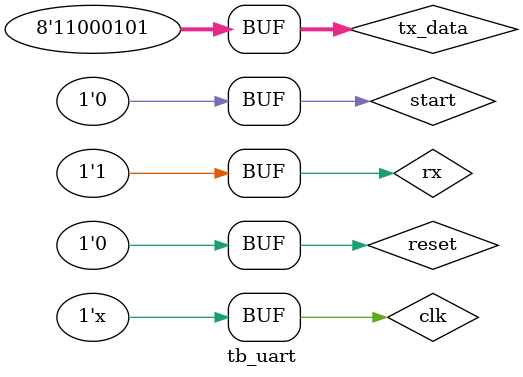
<source format=v>

`timescale 1ns / 1ps

module tb_uart ();



    reg        clk;
    reg        reset;
    //Transmitter
    wire       tx;
    reg        start;
    reg  [7:0] tx_data;
    wire       tx_done;

    //receiver
    reg        rx;
    wire [7:0] rx_data;
    wire       rx_done;
    wire       w_tx_rx;
    

    uart dut (
        .clk  (clk),
        .reset(reset),
        .tx(w_tx_rx),
        .start(start),
        .tx_data(tx_data),
        .tx_done(tx_done),
        .rx(w_tx_rx), //?´ê²? ë°ë??
        .rx_data(rx_data),
        .rx_done(rx_done)
    );
    always #5 clk = ~clk;

    initial begin
        clk = 1'b0;
        reset = 1'b1;
        start = 1'b0;
        rx = 1'b1;

    end

    initial begin
        #20 reset = 1'b0;
        #100 tx_data = 8'b11000101; start =1'b1;
        #10 start = 1'b0;

    end


endmodule
</source>
